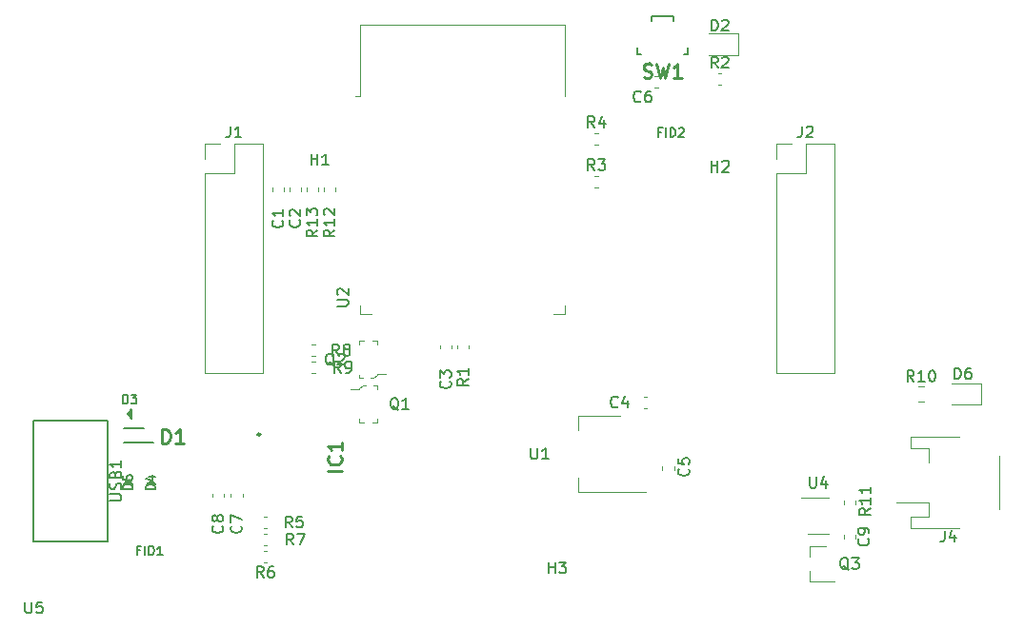
<source format=gbr>
G04 #@! TF.GenerationSoftware,KiCad,Pcbnew,(5.0.2)-1*
G04 #@! TF.CreationDate,2019-10-04T12:36:52+03:00*
G04 #@! TF.ProjectId,esp32d,65737033-3264-42e6-9b69-6361645f7063,rev?*
G04 #@! TF.SameCoordinates,Original*
G04 #@! TF.FileFunction,Legend,Top*
G04 #@! TF.FilePolarity,Positive*
%FSLAX46Y46*%
G04 Gerber Fmt 4.6, Leading zero omitted, Abs format (unit mm)*
G04 Created by KiCad (PCBNEW (5.0.2)-1) date 04.10.2019 12:36:52*
%MOMM*%
%LPD*%
G01*
G04 APERTURE LIST*
%ADD10C,0.120000*%
%ADD11C,0.200000*%
%ADD12C,0.150000*%
%ADD13C,0.254000*%
%ADD14C,0.100000*%
G04 APERTURE END LIST*
D10*
G04 #@! TO.C,D6*
X157750000Y-129230000D02*
X160435000Y-129230000D01*
X160435000Y-129230000D02*
X160435000Y-127310000D01*
X160435000Y-127310000D02*
X157750000Y-127310000D01*
G04 #@! TO.C,R1*
X114873500Y-124241779D02*
X114873500Y-123916221D01*
X113853500Y-124241779D02*
X113853500Y-123916221D01*
G04 #@! TO.C,R2*
X137322779Y-100713000D02*
X136997221Y-100713000D01*
X137322779Y-99693000D02*
X136997221Y-99693000D01*
G04 #@! TO.C,C1*
X98427000Y-110246279D02*
X98427000Y-109920721D01*
X97407000Y-110246279D02*
X97407000Y-109920721D01*
G04 #@! TO.C,C2*
X99951000Y-109920721D02*
X99951000Y-110246279D01*
X98931000Y-109920721D02*
X98931000Y-110246279D01*
G04 #@! TO.C,C3*
X113349500Y-124241779D02*
X113349500Y-123916221D01*
X112329500Y-124241779D02*
X112329500Y-123916221D01*
G04 #@! TO.C,C4*
X130393221Y-129542000D02*
X130718779Y-129542000D01*
X130393221Y-128522000D02*
X130718779Y-128522000D01*
G04 #@! TO.C,C5*
X133098000Y-134685721D02*
X133098000Y-135011279D01*
X132078000Y-134685721D02*
X132078000Y-135011279D01*
G04 #@! TO.C,C6*
X131383721Y-99947000D02*
X131709279Y-99947000D01*
X131383721Y-100967000D02*
X131709279Y-100967000D01*
G04 #@! TO.C,C7*
X93724000Y-137449779D02*
X93724000Y-137124221D01*
X94744000Y-137449779D02*
X94744000Y-137124221D01*
G04 #@! TO.C,C8*
X93093000Y-137449779D02*
X93093000Y-137124221D01*
X92073000Y-137449779D02*
X92073000Y-137124221D01*
D11*
G04 #@! TO.C,D1*
X86790000Y-132603000D02*
X84240000Y-132603000D01*
X85940000Y-131303000D02*
X84240000Y-131303000D01*
D10*
G04 #@! TO.C,D2*
X136160000Y-98115000D02*
X138845000Y-98115000D01*
X138845000Y-98115000D02*
X138845000Y-96195000D01*
X138845000Y-96195000D02*
X136160000Y-96195000D01*
D12*
G04 #@! TO.C,D3*
X84909000Y-130048000D02*
X84709000Y-130048000D01*
X84609000Y-130048000D02*
X84909000Y-130248000D01*
X84909000Y-129848000D02*
X84609000Y-130048000D01*
X84509000Y-130048000D02*
X84909000Y-129648000D01*
X84909000Y-130448000D02*
X84509000Y-130048000D01*
X84909000Y-129648000D02*
X84909000Y-130448000D01*
G04 #@! TO.C,D4*
X86614000Y-136344000D02*
X86614000Y-136144000D01*
X86614000Y-136044000D02*
X86414000Y-136344000D01*
X86814000Y-136344000D02*
X86614000Y-136044000D01*
X86614000Y-135944000D02*
X87014000Y-136344000D01*
X86214000Y-136344000D02*
X86614000Y-135944000D01*
X87014000Y-136344000D02*
X86214000Y-136344000D01*
G04 #@! TO.C,D5*
X84982000Y-136305000D02*
X84182000Y-136305000D01*
X84182000Y-136305000D02*
X84582000Y-135905000D01*
X84582000Y-135905000D02*
X84982000Y-136305000D01*
X84782000Y-136305000D02*
X84582000Y-136005000D01*
X84582000Y-136005000D02*
X84382000Y-136305000D01*
X84582000Y-136305000D02*
X84582000Y-136105000D01*
D13*
G04 #@! TO.C,IC1*
X96335000Y-131862000D02*
G75*
G03X96335000Y-131862000I-125000J0D01*
G01*
D14*
G04 #@! TO.C,Q1*
X106743000Y-127509000D02*
X106743000Y-127809000D01*
X106368000Y-127509000D02*
X106743000Y-127509000D01*
X106743000Y-130809000D02*
X106293000Y-130809000D01*
X106743000Y-130509000D02*
X106743000Y-130809000D01*
X106743000Y-130584000D02*
X106743000Y-130459000D01*
X105093000Y-130809000D02*
X105093000Y-130459000D01*
X105568000Y-130809000D02*
X105093000Y-130809000D01*
X105093000Y-127834000D02*
X104318000Y-127834000D01*
X105093000Y-127784000D02*
X105093000Y-127834000D01*
X105468000Y-127509000D02*
X105093000Y-127784000D01*
X105743000Y-127509000D02*
X105468000Y-127509000D01*
G04 #@! TO.C,Q2*
X106093000Y-126838000D02*
X106368000Y-126838000D01*
X106368000Y-126838000D02*
X106743000Y-126563000D01*
X106743000Y-126563000D02*
X106743000Y-126513000D01*
X106743000Y-126513000D02*
X107518000Y-126513000D01*
X106268000Y-123538000D02*
X106743000Y-123538000D01*
X106743000Y-123538000D02*
X106743000Y-123888000D01*
X105093000Y-123763000D02*
X105093000Y-123888000D01*
X105093000Y-123838000D02*
X105093000Y-123538000D01*
X105093000Y-123538000D02*
X105543000Y-123538000D01*
X105468000Y-126838000D02*
X105093000Y-126838000D01*
X105093000Y-126838000D02*
X105093000Y-126538000D01*
D10*
G04 #@! TO.C,R3*
X126049721Y-109857000D02*
X126375279Y-109857000D01*
X126049721Y-108837000D02*
X126375279Y-108837000D01*
G04 #@! TO.C,R4*
X126049721Y-105027000D02*
X126375279Y-105027000D01*
X126049721Y-106047000D02*
X126375279Y-106047000D01*
G04 #@! TO.C,R5*
X96936779Y-139190000D02*
X96611221Y-139190000D01*
X96936779Y-140210000D02*
X96611221Y-140210000D01*
G04 #@! TO.C,R6*
X96936779Y-143258000D02*
X96611221Y-143258000D01*
X96936779Y-142238000D02*
X96611221Y-142238000D01*
G04 #@! TO.C,R7*
X96611221Y-140714000D02*
X96936779Y-140714000D01*
X96611221Y-141734000D02*
X96936779Y-141734000D01*
G04 #@! TO.C,R8*
X100903721Y-124906500D02*
X101229279Y-124906500D01*
X100903721Y-123886500D02*
X101229279Y-123886500D01*
G04 #@! TO.C,R9*
X100903721Y-125410500D02*
X101229279Y-125410500D01*
X100903721Y-126430500D02*
X101229279Y-126430500D01*
D11*
G04 #@! TO.C,SW1*
X133080000Y-95079000D02*
X133080000Y-94654000D01*
X133080000Y-94654000D02*
X131080000Y-94654000D01*
X131080000Y-94654000D02*
X131080000Y-95079000D01*
X129830000Y-98054000D02*
X129830000Y-97431000D01*
X134330000Y-98054000D02*
X134330000Y-97431000D01*
X134330000Y-98054000D02*
X133994000Y-98054000D01*
X129830000Y-98054000D02*
X130166000Y-98054000D01*
D13*
X130932000Y-98837000D02*
G75*
G03X130932000Y-98837000I-41000J0D01*
G01*
D10*
G04 #@! TO.C,U1*
X124582000Y-130194000D02*
X124582000Y-131454000D01*
X124582000Y-137014000D02*
X124582000Y-135754000D01*
X128342000Y-130194000D02*
X124582000Y-130194000D01*
X130592000Y-137014000D02*
X124582000Y-137014000D01*
G04 #@! TO.C,U2*
X105180000Y-120352000D02*
X105180000Y-121132000D01*
X105180000Y-121132000D02*
X106180000Y-121132000D01*
X123420000Y-120352000D02*
X123420000Y-121132000D01*
X123420000Y-121132000D02*
X122420000Y-121132000D01*
X105180000Y-95387000D02*
X123420000Y-95387000D01*
X123420000Y-95387000D02*
X123420000Y-101807000D01*
X105180000Y-95387000D02*
X105180000Y-101807000D01*
X105180000Y-101807000D02*
X104800000Y-101807000D01*
G04 #@! TO.C,C9*
X148207000Y-141132779D02*
X148207000Y-140807221D01*
X149227000Y-141132779D02*
X149227000Y-140807221D01*
G04 #@! TO.C,J4*
X158420000Y-140204000D02*
X154170000Y-140204000D01*
X154170000Y-140204000D02*
X154170000Y-139184000D01*
X154170000Y-139184000D02*
X155770000Y-139184000D01*
X155770000Y-139184000D02*
X155770000Y-137904000D01*
X155770000Y-137904000D02*
X152880000Y-137904000D01*
X158420000Y-132084000D02*
X154170000Y-132084000D01*
X154170000Y-132084000D02*
X154170000Y-133104000D01*
X154170000Y-133104000D02*
X155770000Y-133104000D01*
X155770000Y-133104000D02*
X155770000Y-134384000D01*
X161990000Y-138484000D02*
X161990000Y-133804000D01*
G04 #@! TO.C,R11*
X148207000Y-138084779D02*
X148207000Y-137759221D01*
X149227000Y-138084779D02*
X149227000Y-137759221D01*
G04 #@! TO.C,U4*
X145023000Y-140675000D02*
X146823000Y-140675000D01*
X146823000Y-137455000D02*
X144373000Y-137455000D01*
G04 #@! TO.C,R12*
X102999000Y-110246279D02*
X102999000Y-109920721D01*
X101979000Y-110246279D02*
X101979000Y-109920721D01*
G04 #@! TO.C,R13*
X101475000Y-109920721D02*
X101475000Y-110246279D01*
X100455000Y-109920721D02*
X100455000Y-110246279D01*
G04 #@! TO.C,Q3*
X145163000Y-141803000D02*
X145163000Y-142733000D01*
X145163000Y-144963000D02*
X145163000Y-144033000D01*
X145163000Y-144963000D02*
X147323000Y-144963000D01*
X145163000Y-141803000D02*
X146623000Y-141803000D01*
G04 #@! TO.C,R10*
X155325251Y-128980000D02*
X154808095Y-128980000D01*
X155325251Y-127560000D02*
X154808095Y-127560000D01*
D12*
G04 #@! TO.C,USB1*
X76160500Y-130617000D02*
X76160500Y-141417000D01*
X76160500Y-130617000D02*
X82735500Y-130617000D01*
X82735500Y-130617000D02*
X82735500Y-141417000D01*
X82735500Y-141417000D02*
X76160500Y-141417000D01*
D10*
G04 #@! TO.C,J2*
X142180000Y-126425000D02*
X147380000Y-126425000D01*
X142180000Y-108585000D02*
X142180000Y-126425000D01*
X147380000Y-105985000D02*
X147380000Y-126425000D01*
X142180000Y-108585000D02*
X144780000Y-108585000D01*
X144780000Y-108585000D02*
X144780000Y-105985000D01*
X144780000Y-105985000D02*
X147380000Y-105985000D01*
X142180000Y-107315000D02*
X142180000Y-105985000D01*
X142180000Y-105985000D02*
X143510000Y-105985000D01*
G04 #@! TO.C,J1*
X91380000Y-126425000D02*
X96580000Y-126425000D01*
X91380000Y-108585000D02*
X91380000Y-126425000D01*
X96580000Y-105985000D02*
X96580000Y-126425000D01*
X91380000Y-108585000D02*
X93980000Y-108585000D01*
X93980000Y-108585000D02*
X93980000Y-105985000D01*
X93980000Y-105985000D02*
X96580000Y-105985000D01*
X91380000Y-107315000D02*
X91380000Y-105985000D01*
X91380000Y-105985000D02*
X92710000Y-105985000D01*
G04 #@! TO.C,D6*
D12*
X158011904Y-126944380D02*
X158011904Y-125944380D01*
X158250000Y-125944380D01*
X158392857Y-125992000D01*
X158488095Y-126087238D01*
X158535714Y-126182476D01*
X158583333Y-126372952D01*
X158583333Y-126515809D01*
X158535714Y-126706285D01*
X158488095Y-126801523D01*
X158392857Y-126896761D01*
X158250000Y-126944380D01*
X158011904Y-126944380D01*
X159440476Y-125944380D02*
X159250000Y-125944380D01*
X159154761Y-125992000D01*
X159107142Y-126039619D01*
X159011904Y-126182476D01*
X158964285Y-126372952D01*
X158964285Y-126753904D01*
X159011904Y-126849142D01*
X159059523Y-126896761D01*
X159154761Y-126944380D01*
X159345238Y-126944380D01*
X159440476Y-126896761D01*
X159488095Y-126849142D01*
X159535714Y-126753904D01*
X159535714Y-126515809D01*
X159488095Y-126420571D01*
X159440476Y-126372952D01*
X159345238Y-126325333D01*
X159154761Y-126325333D01*
X159059523Y-126372952D01*
X159011904Y-126420571D01*
X158964285Y-126515809D01*
G04 #@! TO.C,R1*
X114815880Y-126912666D02*
X114339690Y-127246000D01*
X114815880Y-127484095D02*
X113815880Y-127484095D01*
X113815880Y-127103142D01*
X113863500Y-127007904D01*
X113911119Y-126960285D01*
X114006357Y-126912666D01*
X114149214Y-126912666D01*
X114244452Y-126960285D01*
X114292071Y-127007904D01*
X114339690Y-127103142D01*
X114339690Y-127484095D01*
X114815880Y-125960285D02*
X114815880Y-126531714D01*
X114815880Y-126246000D02*
X113815880Y-126246000D01*
X113958738Y-126341238D01*
X114053976Y-126436476D01*
X114101595Y-126531714D01*
G04 #@! TO.C,R2*
X136993333Y-99258380D02*
X136660000Y-98782190D01*
X136421904Y-99258380D02*
X136421904Y-98258380D01*
X136802857Y-98258380D01*
X136898095Y-98306000D01*
X136945714Y-98353619D01*
X136993333Y-98448857D01*
X136993333Y-98591714D01*
X136945714Y-98686952D01*
X136898095Y-98734571D01*
X136802857Y-98782190D01*
X136421904Y-98782190D01*
X137374285Y-98353619D02*
X137421904Y-98306000D01*
X137517142Y-98258380D01*
X137755238Y-98258380D01*
X137850476Y-98306000D01*
X137898095Y-98353619D01*
X137945714Y-98448857D01*
X137945714Y-98544095D01*
X137898095Y-98686952D01*
X137326666Y-99258380D01*
X137945714Y-99258380D01*
G04 #@! TO.C,C1*
X98274142Y-112815666D02*
X98321761Y-112863285D01*
X98369380Y-113006142D01*
X98369380Y-113101380D01*
X98321761Y-113244238D01*
X98226523Y-113339476D01*
X98131285Y-113387095D01*
X97940809Y-113434714D01*
X97797952Y-113434714D01*
X97607476Y-113387095D01*
X97512238Y-113339476D01*
X97417000Y-113244238D01*
X97369380Y-113101380D01*
X97369380Y-113006142D01*
X97417000Y-112863285D01*
X97464619Y-112815666D01*
X98369380Y-111863285D02*
X98369380Y-112434714D01*
X98369380Y-112149000D02*
X97369380Y-112149000D01*
X97512238Y-112244238D01*
X97607476Y-112339476D01*
X97655095Y-112434714D01*
G04 #@! TO.C,C2*
X99798142Y-112790166D02*
X99845761Y-112837785D01*
X99893380Y-112980642D01*
X99893380Y-113075880D01*
X99845761Y-113218738D01*
X99750523Y-113313976D01*
X99655285Y-113361595D01*
X99464809Y-113409214D01*
X99321952Y-113409214D01*
X99131476Y-113361595D01*
X99036238Y-113313976D01*
X98941000Y-113218738D01*
X98893380Y-113075880D01*
X98893380Y-112980642D01*
X98941000Y-112837785D01*
X98988619Y-112790166D01*
X98988619Y-112409214D02*
X98941000Y-112361595D01*
X98893380Y-112266357D01*
X98893380Y-112028261D01*
X98941000Y-111933023D01*
X98988619Y-111885404D01*
X99083857Y-111837785D01*
X99179095Y-111837785D01*
X99321952Y-111885404D01*
X99893380Y-112456833D01*
X99893380Y-111837785D01*
G04 #@! TO.C,C3*
X113196642Y-127141166D02*
X113244261Y-127188785D01*
X113291880Y-127331642D01*
X113291880Y-127426880D01*
X113244261Y-127569738D01*
X113149023Y-127664976D01*
X113053785Y-127712595D01*
X112863309Y-127760214D01*
X112720452Y-127760214D01*
X112529976Y-127712595D01*
X112434738Y-127664976D01*
X112339500Y-127569738D01*
X112291880Y-127426880D01*
X112291880Y-127331642D01*
X112339500Y-127188785D01*
X112387119Y-127141166D01*
X112291880Y-126807833D02*
X112291880Y-126188785D01*
X112672833Y-126522119D01*
X112672833Y-126379261D01*
X112720452Y-126284023D01*
X112768071Y-126236404D01*
X112863309Y-126188785D01*
X113101404Y-126188785D01*
X113196642Y-126236404D01*
X113244261Y-126284023D01*
X113291880Y-126379261D01*
X113291880Y-126664976D01*
X113244261Y-126760214D01*
X113196642Y-126807833D01*
G04 #@! TO.C,C4*
X128103333Y-129389142D02*
X128055714Y-129436761D01*
X127912857Y-129484380D01*
X127817619Y-129484380D01*
X127674761Y-129436761D01*
X127579523Y-129341523D01*
X127531904Y-129246285D01*
X127484285Y-129055809D01*
X127484285Y-128912952D01*
X127531904Y-128722476D01*
X127579523Y-128627238D01*
X127674761Y-128532000D01*
X127817619Y-128484380D01*
X127912857Y-128484380D01*
X128055714Y-128532000D01*
X128103333Y-128579619D01*
X128960476Y-128817714D02*
X128960476Y-129484380D01*
X128722380Y-128436761D02*
X128484285Y-129151047D01*
X129103333Y-129151047D01*
G04 #@! TO.C,C5*
X134375142Y-134913666D02*
X134422761Y-134961285D01*
X134470380Y-135104142D01*
X134470380Y-135199380D01*
X134422761Y-135342238D01*
X134327523Y-135437476D01*
X134232285Y-135485095D01*
X134041809Y-135532714D01*
X133898952Y-135532714D01*
X133708476Y-135485095D01*
X133613238Y-135437476D01*
X133518000Y-135342238D01*
X133470380Y-135199380D01*
X133470380Y-135104142D01*
X133518000Y-134961285D01*
X133565619Y-134913666D01*
X133470380Y-134008904D02*
X133470380Y-134485095D01*
X133946571Y-134532714D01*
X133898952Y-134485095D01*
X133851333Y-134389857D01*
X133851333Y-134151761D01*
X133898952Y-134056523D01*
X133946571Y-134008904D01*
X134041809Y-133961285D01*
X134279904Y-133961285D01*
X134375142Y-134008904D01*
X134422761Y-134056523D01*
X134470380Y-134151761D01*
X134470380Y-134389857D01*
X134422761Y-134485095D01*
X134375142Y-134532714D01*
G04 #@! TO.C,C6*
X130135333Y-102211142D02*
X130087714Y-102258761D01*
X129944857Y-102306380D01*
X129849619Y-102306380D01*
X129706761Y-102258761D01*
X129611523Y-102163523D01*
X129563904Y-102068285D01*
X129516285Y-101877809D01*
X129516285Y-101734952D01*
X129563904Y-101544476D01*
X129611523Y-101449238D01*
X129706761Y-101354000D01*
X129849619Y-101306380D01*
X129944857Y-101306380D01*
X130087714Y-101354000D01*
X130135333Y-101401619D01*
X130992476Y-101306380D02*
X130802000Y-101306380D01*
X130706761Y-101354000D01*
X130659142Y-101401619D01*
X130563904Y-101544476D01*
X130516285Y-101734952D01*
X130516285Y-102115904D01*
X130563904Y-102211142D01*
X130611523Y-102258761D01*
X130706761Y-102306380D01*
X130897238Y-102306380D01*
X130992476Y-102258761D01*
X131040095Y-102211142D01*
X131087714Y-102115904D01*
X131087714Y-101877809D01*
X131040095Y-101782571D01*
X130992476Y-101734952D01*
X130897238Y-101687333D01*
X130706761Y-101687333D01*
X130611523Y-101734952D01*
X130563904Y-101782571D01*
X130516285Y-101877809D01*
G04 #@! TO.C,C7*
X94591142Y-139993666D02*
X94638761Y-140041285D01*
X94686380Y-140184142D01*
X94686380Y-140279380D01*
X94638761Y-140422238D01*
X94543523Y-140517476D01*
X94448285Y-140565095D01*
X94257809Y-140612714D01*
X94114952Y-140612714D01*
X93924476Y-140565095D01*
X93829238Y-140517476D01*
X93734000Y-140422238D01*
X93686380Y-140279380D01*
X93686380Y-140184142D01*
X93734000Y-140041285D01*
X93781619Y-139993666D01*
X93686380Y-139660333D02*
X93686380Y-138993666D01*
X94686380Y-139422238D01*
G04 #@! TO.C,C8*
X92940142Y-139993666D02*
X92987761Y-140041285D01*
X93035380Y-140184142D01*
X93035380Y-140279380D01*
X92987761Y-140422238D01*
X92892523Y-140517476D01*
X92797285Y-140565095D01*
X92606809Y-140612714D01*
X92463952Y-140612714D01*
X92273476Y-140565095D01*
X92178238Y-140517476D01*
X92083000Y-140422238D01*
X92035380Y-140279380D01*
X92035380Y-140184142D01*
X92083000Y-140041285D01*
X92130619Y-139993666D01*
X92463952Y-139422238D02*
X92416333Y-139517476D01*
X92368714Y-139565095D01*
X92273476Y-139612714D01*
X92225857Y-139612714D01*
X92130619Y-139565095D01*
X92083000Y-139517476D01*
X92035380Y-139422238D01*
X92035380Y-139231761D01*
X92083000Y-139136523D01*
X92130619Y-139088904D01*
X92225857Y-139041285D01*
X92273476Y-139041285D01*
X92368714Y-139088904D01*
X92416333Y-139136523D01*
X92463952Y-139231761D01*
X92463952Y-139422238D01*
X92511571Y-139517476D01*
X92559190Y-139565095D01*
X92654428Y-139612714D01*
X92844904Y-139612714D01*
X92940142Y-139565095D01*
X92987761Y-139517476D01*
X93035380Y-139422238D01*
X93035380Y-139231761D01*
X92987761Y-139136523D01*
X92940142Y-139088904D01*
X92844904Y-139041285D01*
X92654428Y-139041285D01*
X92559190Y-139088904D01*
X92511571Y-139136523D01*
X92463952Y-139231761D01*
G04 #@! TO.C,D1*
D13*
X87581619Y-132654523D02*
X87581619Y-131384523D01*
X87884000Y-131384523D01*
X88065428Y-131445000D01*
X88186380Y-131565952D01*
X88246857Y-131686904D01*
X88307333Y-131928809D01*
X88307333Y-132110238D01*
X88246857Y-132352142D01*
X88186380Y-132473095D01*
X88065428Y-132594047D01*
X87884000Y-132654523D01*
X87581619Y-132654523D01*
X89516857Y-132654523D02*
X88791142Y-132654523D01*
X89154000Y-132654523D02*
X89154000Y-131384523D01*
X89033047Y-131565952D01*
X88912095Y-131686904D01*
X88791142Y-131747380D01*
G04 #@! TO.C,D2*
D12*
X136421904Y-95956380D02*
X136421904Y-94956380D01*
X136660000Y-94956380D01*
X136802857Y-95004000D01*
X136898095Y-95099238D01*
X136945714Y-95194476D01*
X136993333Y-95384952D01*
X136993333Y-95527809D01*
X136945714Y-95718285D01*
X136898095Y-95813523D01*
X136802857Y-95908761D01*
X136660000Y-95956380D01*
X136421904Y-95956380D01*
X137374285Y-95051619D02*
X137421904Y-95004000D01*
X137517142Y-94956380D01*
X137755238Y-94956380D01*
X137850476Y-95004000D01*
X137898095Y-95051619D01*
X137945714Y-95146857D01*
X137945714Y-95242095D01*
X137898095Y-95384952D01*
X137326666Y-95956380D01*
X137945714Y-95956380D01*
G04 #@! TO.C,D3*
X84118523Y-129139904D02*
X84118523Y-128339904D01*
X84309000Y-128339904D01*
X84423285Y-128378000D01*
X84499476Y-128454190D01*
X84537571Y-128530380D01*
X84575666Y-128682761D01*
X84575666Y-128797047D01*
X84537571Y-128949428D01*
X84499476Y-129025619D01*
X84423285Y-129101809D01*
X84309000Y-129139904D01*
X84118523Y-129139904D01*
X84842333Y-128339904D02*
X85337571Y-128339904D01*
X85070904Y-128644666D01*
X85185190Y-128644666D01*
X85261380Y-128682761D01*
X85299476Y-128720857D01*
X85337571Y-128797047D01*
X85337571Y-128987523D01*
X85299476Y-129063714D01*
X85261380Y-129101809D01*
X85185190Y-129139904D01*
X84956619Y-129139904D01*
X84880428Y-129101809D01*
X84842333Y-129063714D01*
G04 #@! TO.C,D4*
X86975904Y-136734476D02*
X86175904Y-136734476D01*
X86175904Y-136544000D01*
X86214000Y-136429714D01*
X86290190Y-136353523D01*
X86366380Y-136315428D01*
X86518761Y-136277333D01*
X86633047Y-136277333D01*
X86785428Y-136315428D01*
X86861619Y-136353523D01*
X86937809Y-136429714D01*
X86975904Y-136544000D01*
X86975904Y-136734476D01*
X86442571Y-135591619D02*
X86975904Y-135591619D01*
X86137809Y-135782095D02*
X86709238Y-135972571D01*
X86709238Y-135477333D01*
G04 #@! TO.C,D5*
X84943904Y-136695476D02*
X84143904Y-136695476D01*
X84143904Y-136505000D01*
X84182000Y-136390714D01*
X84258190Y-136314523D01*
X84334380Y-136276428D01*
X84486761Y-136238333D01*
X84601047Y-136238333D01*
X84753428Y-136276428D01*
X84829619Y-136314523D01*
X84905809Y-136390714D01*
X84943904Y-136505000D01*
X84943904Y-136695476D01*
X84143904Y-135514523D02*
X84143904Y-135895476D01*
X84524857Y-135933571D01*
X84486761Y-135895476D01*
X84448666Y-135819285D01*
X84448666Y-135628809D01*
X84486761Y-135552619D01*
X84524857Y-135514523D01*
X84601047Y-135476428D01*
X84791523Y-135476428D01*
X84867714Y-135514523D01*
X84905809Y-135552619D01*
X84943904Y-135628809D01*
X84943904Y-135819285D01*
X84905809Y-135895476D01*
X84867714Y-135933571D01*
G04 #@! TO.C,FID1*
X85629857Y-142182857D02*
X85363190Y-142182857D01*
X85363190Y-142601904D02*
X85363190Y-141801904D01*
X85744142Y-141801904D01*
X86048904Y-142601904D02*
X86048904Y-141801904D01*
X86429857Y-142601904D02*
X86429857Y-141801904D01*
X86620333Y-141801904D01*
X86734619Y-141840000D01*
X86810809Y-141916190D01*
X86848904Y-141992380D01*
X86887000Y-142144761D01*
X86887000Y-142259047D01*
X86848904Y-142411428D01*
X86810809Y-142487619D01*
X86734619Y-142563809D01*
X86620333Y-142601904D01*
X86429857Y-142601904D01*
X87648904Y-142601904D02*
X87191761Y-142601904D01*
X87420333Y-142601904D02*
X87420333Y-141801904D01*
X87344142Y-141916190D01*
X87267952Y-141992380D01*
X87191761Y-142030476D01*
G04 #@! TO.C,FID2*
X131984857Y-104971857D02*
X131718190Y-104971857D01*
X131718190Y-105390904D02*
X131718190Y-104590904D01*
X132099142Y-104590904D01*
X132403904Y-105390904D02*
X132403904Y-104590904D01*
X132784857Y-105390904D02*
X132784857Y-104590904D01*
X132975333Y-104590904D01*
X133089619Y-104629000D01*
X133165809Y-104705190D01*
X133203904Y-104781380D01*
X133242000Y-104933761D01*
X133242000Y-105048047D01*
X133203904Y-105200428D01*
X133165809Y-105276619D01*
X133089619Y-105352809D01*
X132975333Y-105390904D01*
X132784857Y-105390904D01*
X133546761Y-104667095D02*
X133584857Y-104629000D01*
X133661047Y-104590904D01*
X133851523Y-104590904D01*
X133927714Y-104629000D01*
X133965809Y-104667095D01*
X134003904Y-104743285D01*
X134003904Y-104819476D01*
X133965809Y-104933761D01*
X133508666Y-105390904D01*
X134003904Y-105390904D01*
G04 #@! TO.C,H1*
X100838095Y-107894380D02*
X100838095Y-106894380D01*
X100838095Y-107370571D02*
X101409523Y-107370571D01*
X101409523Y-107894380D02*
X101409523Y-106894380D01*
X102409523Y-107894380D02*
X101838095Y-107894380D01*
X102123809Y-107894380D02*
X102123809Y-106894380D01*
X102028571Y-107037238D01*
X101933333Y-107132476D01*
X101838095Y-107180095D01*
G04 #@! TO.C,H2*
X136398095Y-108508379D02*
X136398095Y-107508379D01*
X136398095Y-107984570D02*
X136969523Y-107984570D01*
X136969523Y-108508379D02*
X136969523Y-107508379D01*
X137398095Y-107603618D02*
X137445714Y-107555999D01*
X137540952Y-107508379D01*
X137779047Y-107508379D01*
X137874285Y-107555999D01*
X137921904Y-107603618D01*
X137969523Y-107698856D01*
X137969523Y-107794094D01*
X137921904Y-107936951D01*
X137350476Y-108508379D01*
X137969523Y-108508379D01*
G04 #@! TO.C,H3*
X121941096Y-144216380D02*
X121941096Y-143216380D01*
X121941096Y-143692571D02*
X122512524Y-143692571D01*
X122512524Y-144216380D02*
X122512524Y-143216380D01*
X122893477Y-143216380D02*
X123512524Y-143216380D01*
X123179191Y-143597333D01*
X123322048Y-143597333D01*
X123417286Y-143644952D01*
X123464905Y-143692571D01*
X123512524Y-143787809D01*
X123512524Y-144025904D01*
X123464905Y-144121142D01*
X123417286Y-144168761D01*
X123322048Y-144216380D01*
X123036334Y-144216380D01*
X122941096Y-144168761D01*
X122893477Y-144121142D01*
G04 #@! TO.C,IC1*
D13*
X103571523Y-135097761D02*
X102301523Y-135097761D01*
X103450571Y-133767285D02*
X103511047Y-133827761D01*
X103571523Y-134009190D01*
X103571523Y-134130142D01*
X103511047Y-134311571D01*
X103390095Y-134432523D01*
X103269142Y-134493000D01*
X103027238Y-134553476D01*
X102845809Y-134553476D01*
X102603904Y-134493000D01*
X102482952Y-134432523D01*
X102362000Y-134311571D01*
X102301523Y-134130142D01*
X102301523Y-134009190D01*
X102362000Y-133827761D01*
X102422476Y-133767285D01*
X103571523Y-132557761D02*
X103571523Y-133283476D01*
X103571523Y-132920619D02*
X102301523Y-132920619D01*
X102482952Y-133041571D01*
X102603904Y-133162523D01*
X102664380Y-133283476D01*
G04 #@! TO.C,Q1*
D12*
X108616761Y-129706619D02*
X108521523Y-129659000D01*
X108426285Y-129563761D01*
X108283428Y-129420904D01*
X108188190Y-129373285D01*
X108092952Y-129373285D01*
X108140571Y-129611380D02*
X108045333Y-129563761D01*
X107950095Y-129468523D01*
X107902476Y-129278047D01*
X107902476Y-128944714D01*
X107950095Y-128754238D01*
X108045333Y-128659000D01*
X108140571Y-128611380D01*
X108331047Y-128611380D01*
X108426285Y-128659000D01*
X108521523Y-128754238D01*
X108569142Y-128944714D01*
X108569142Y-129278047D01*
X108521523Y-129468523D01*
X108426285Y-129563761D01*
X108331047Y-129611380D01*
X108140571Y-129611380D01*
X109521523Y-129611380D02*
X108950095Y-129611380D01*
X109235809Y-129611380D02*
X109235809Y-128611380D01*
X109140571Y-128754238D01*
X109045333Y-128849476D01*
X108950095Y-128897095D01*
G04 #@! TO.C,Q2*
X102901761Y-125769619D02*
X102806523Y-125722000D01*
X102711285Y-125626761D01*
X102568428Y-125483904D01*
X102473190Y-125436285D01*
X102377952Y-125436285D01*
X102425571Y-125674380D02*
X102330333Y-125626761D01*
X102235095Y-125531523D01*
X102187476Y-125341047D01*
X102187476Y-125007714D01*
X102235095Y-124817238D01*
X102330333Y-124722000D01*
X102425571Y-124674380D01*
X102616047Y-124674380D01*
X102711285Y-124722000D01*
X102806523Y-124817238D01*
X102854142Y-125007714D01*
X102854142Y-125341047D01*
X102806523Y-125531523D01*
X102711285Y-125626761D01*
X102616047Y-125674380D01*
X102425571Y-125674380D01*
X103235095Y-124769619D02*
X103282714Y-124722000D01*
X103377952Y-124674380D01*
X103616047Y-124674380D01*
X103711285Y-124722000D01*
X103758904Y-124769619D01*
X103806523Y-124864857D01*
X103806523Y-124960095D01*
X103758904Y-125102952D01*
X103187476Y-125674380D01*
X103806523Y-125674380D01*
G04 #@! TO.C,R3*
X126045833Y-108369380D02*
X125712500Y-107893190D01*
X125474404Y-108369380D02*
X125474404Y-107369380D01*
X125855357Y-107369380D01*
X125950595Y-107417000D01*
X125998214Y-107464619D01*
X126045833Y-107559857D01*
X126045833Y-107702714D01*
X125998214Y-107797952D01*
X125950595Y-107845571D01*
X125855357Y-107893190D01*
X125474404Y-107893190D01*
X126379166Y-107369380D02*
X126998214Y-107369380D01*
X126664880Y-107750333D01*
X126807738Y-107750333D01*
X126902976Y-107797952D01*
X126950595Y-107845571D01*
X126998214Y-107940809D01*
X126998214Y-108178904D01*
X126950595Y-108274142D01*
X126902976Y-108321761D01*
X126807738Y-108369380D01*
X126522023Y-108369380D01*
X126426785Y-108321761D01*
X126379166Y-108274142D01*
G04 #@! TO.C,R4*
X126045833Y-104559380D02*
X125712500Y-104083190D01*
X125474404Y-104559380D02*
X125474404Y-103559380D01*
X125855357Y-103559380D01*
X125950595Y-103607000D01*
X125998214Y-103654619D01*
X126045833Y-103749857D01*
X126045833Y-103892714D01*
X125998214Y-103987952D01*
X125950595Y-104035571D01*
X125855357Y-104083190D01*
X125474404Y-104083190D01*
X126902976Y-103892714D02*
X126902976Y-104559380D01*
X126664880Y-103511761D02*
X126426785Y-104226047D01*
X127045833Y-104226047D01*
G04 #@! TO.C,R5*
X99147333Y-140152380D02*
X98814000Y-139676190D01*
X98575904Y-140152380D02*
X98575904Y-139152380D01*
X98956857Y-139152380D01*
X99052095Y-139200000D01*
X99099714Y-139247619D01*
X99147333Y-139342857D01*
X99147333Y-139485714D01*
X99099714Y-139580952D01*
X99052095Y-139628571D01*
X98956857Y-139676190D01*
X98575904Y-139676190D01*
X100052095Y-139152380D02*
X99575904Y-139152380D01*
X99528285Y-139628571D01*
X99575904Y-139580952D01*
X99671142Y-139533333D01*
X99909238Y-139533333D01*
X100004476Y-139580952D01*
X100052095Y-139628571D01*
X100099714Y-139723809D01*
X100099714Y-139961904D01*
X100052095Y-140057142D01*
X100004476Y-140104761D01*
X99909238Y-140152380D01*
X99671142Y-140152380D01*
X99575904Y-140104761D01*
X99528285Y-140057142D01*
G04 #@! TO.C,R6*
X96607333Y-144597380D02*
X96274000Y-144121190D01*
X96035904Y-144597380D02*
X96035904Y-143597380D01*
X96416857Y-143597380D01*
X96512095Y-143645000D01*
X96559714Y-143692619D01*
X96607333Y-143787857D01*
X96607333Y-143930714D01*
X96559714Y-144025952D01*
X96512095Y-144073571D01*
X96416857Y-144121190D01*
X96035904Y-144121190D01*
X97464476Y-143597380D02*
X97274000Y-143597380D01*
X97178761Y-143645000D01*
X97131142Y-143692619D01*
X97035904Y-143835476D01*
X96988285Y-144025952D01*
X96988285Y-144406904D01*
X97035904Y-144502142D01*
X97083523Y-144549761D01*
X97178761Y-144597380D01*
X97369238Y-144597380D01*
X97464476Y-144549761D01*
X97512095Y-144502142D01*
X97559714Y-144406904D01*
X97559714Y-144168809D01*
X97512095Y-144073571D01*
X97464476Y-144025952D01*
X97369238Y-143978333D01*
X97178761Y-143978333D01*
X97083523Y-144025952D01*
X97035904Y-144073571D01*
X96988285Y-144168809D01*
G04 #@! TO.C,R7*
X99274333Y-141676380D02*
X98941000Y-141200190D01*
X98702904Y-141676380D02*
X98702904Y-140676380D01*
X99083857Y-140676380D01*
X99179095Y-140724000D01*
X99226714Y-140771619D01*
X99274333Y-140866857D01*
X99274333Y-141009714D01*
X99226714Y-141104952D01*
X99179095Y-141152571D01*
X99083857Y-141200190D01*
X98702904Y-141200190D01*
X99607666Y-140676380D02*
X100274333Y-140676380D01*
X99845761Y-141676380D01*
G04 #@! TO.C,R8*
X103338233Y-124848880D02*
X103004900Y-124372690D01*
X102766804Y-124848880D02*
X102766804Y-123848880D01*
X103147757Y-123848880D01*
X103242995Y-123896500D01*
X103290614Y-123944119D01*
X103338233Y-124039357D01*
X103338233Y-124182214D01*
X103290614Y-124277452D01*
X103242995Y-124325071D01*
X103147757Y-124372690D01*
X102766804Y-124372690D01*
X103909661Y-124277452D02*
X103814423Y-124229833D01*
X103766804Y-124182214D01*
X103719185Y-124086976D01*
X103719185Y-124039357D01*
X103766804Y-123944119D01*
X103814423Y-123896500D01*
X103909661Y-123848880D01*
X104100138Y-123848880D01*
X104195376Y-123896500D01*
X104242995Y-123944119D01*
X104290614Y-124039357D01*
X104290614Y-124086976D01*
X104242995Y-124182214D01*
X104195376Y-124229833D01*
X104100138Y-124277452D01*
X103909661Y-124277452D01*
X103814423Y-124325071D01*
X103766804Y-124372690D01*
X103719185Y-124467928D01*
X103719185Y-124658404D01*
X103766804Y-124753642D01*
X103814423Y-124801261D01*
X103909661Y-124848880D01*
X104100138Y-124848880D01*
X104195376Y-124801261D01*
X104242995Y-124753642D01*
X104290614Y-124658404D01*
X104290614Y-124467928D01*
X104242995Y-124372690D01*
X104195376Y-124325071D01*
X104100138Y-124277452D01*
G04 #@! TO.C,R9*
X103490633Y-126372880D02*
X103157300Y-125896690D01*
X102919204Y-126372880D02*
X102919204Y-125372880D01*
X103300157Y-125372880D01*
X103395395Y-125420500D01*
X103443014Y-125468119D01*
X103490633Y-125563357D01*
X103490633Y-125706214D01*
X103443014Y-125801452D01*
X103395395Y-125849071D01*
X103300157Y-125896690D01*
X102919204Y-125896690D01*
X103966823Y-126372880D02*
X104157300Y-126372880D01*
X104252538Y-126325261D01*
X104300157Y-126277642D01*
X104395395Y-126134785D01*
X104443014Y-125944309D01*
X104443014Y-125563357D01*
X104395395Y-125468119D01*
X104347776Y-125420500D01*
X104252538Y-125372880D01*
X104062061Y-125372880D01*
X103966823Y-125420500D01*
X103919204Y-125468119D01*
X103871585Y-125563357D01*
X103871585Y-125801452D01*
X103919204Y-125896690D01*
X103966823Y-125944309D01*
X104062061Y-125991928D01*
X104252538Y-125991928D01*
X104347776Y-125944309D01*
X104395395Y-125896690D01*
X104443014Y-125801452D01*
G04 #@! TO.C,SW1*
D13*
X130386666Y-100082047D02*
X130568095Y-100142523D01*
X130870476Y-100142523D01*
X130991428Y-100082047D01*
X131051904Y-100021571D01*
X131112380Y-99900619D01*
X131112380Y-99779666D01*
X131051904Y-99658714D01*
X130991428Y-99598238D01*
X130870476Y-99537761D01*
X130628571Y-99477285D01*
X130507619Y-99416809D01*
X130447142Y-99356333D01*
X130386666Y-99235380D01*
X130386666Y-99114428D01*
X130447142Y-98993476D01*
X130507619Y-98933000D01*
X130628571Y-98872523D01*
X130930952Y-98872523D01*
X131112380Y-98933000D01*
X131535714Y-98872523D02*
X131838095Y-100142523D01*
X132080000Y-99235380D01*
X132321904Y-100142523D01*
X132624285Y-98872523D01*
X133773333Y-100142523D02*
X133047619Y-100142523D01*
X133410476Y-100142523D02*
X133410476Y-98872523D01*
X133289523Y-99053952D01*
X133168571Y-99174904D01*
X133047619Y-99235380D01*
G04 #@! TO.C,U1*
D12*
X120382095Y-133056380D02*
X120382095Y-133865904D01*
X120429714Y-133961142D01*
X120477333Y-134008761D01*
X120572571Y-134056380D01*
X120763047Y-134056380D01*
X120858285Y-134008761D01*
X120905904Y-133961142D01*
X120953523Y-133865904D01*
X120953523Y-133056380D01*
X121953523Y-134056380D02*
X121382095Y-134056380D01*
X121667809Y-134056380D02*
X121667809Y-133056380D01*
X121572571Y-133199238D01*
X121477333Y-133294476D01*
X121382095Y-133342095D01*
G04 #@! TO.C,U2*
X103142380Y-120443904D02*
X103951904Y-120443904D01*
X104047142Y-120396285D01*
X104094761Y-120348666D01*
X104142380Y-120253428D01*
X104142380Y-120062952D01*
X104094761Y-119967714D01*
X104047142Y-119920095D01*
X103951904Y-119872476D01*
X103142380Y-119872476D01*
X103237619Y-119443904D02*
X103190000Y-119396285D01*
X103142380Y-119301047D01*
X103142380Y-119062952D01*
X103190000Y-118967714D01*
X103237619Y-118920095D01*
X103332857Y-118872476D01*
X103428095Y-118872476D01*
X103570952Y-118920095D01*
X104142380Y-119491523D01*
X104142380Y-118872476D01*
G04 #@! TO.C,C9*
X150344142Y-141136666D02*
X150391761Y-141184285D01*
X150439380Y-141327142D01*
X150439380Y-141422380D01*
X150391761Y-141565238D01*
X150296523Y-141660476D01*
X150201285Y-141708095D01*
X150010809Y-141755714D01*
X149867952Y-141755714D01*
X149677476Y-141708095D01*
X149582238Y-141660476D01*
X149487000Y-141565238D01*
X149439380Y-141422380D01*
X149439380Y-141327142D01*
X149487000Y-141184285D01*
X149534619Y-141136666D01*
X150439380Y-140660476D02*
X150439380Y-140470000D01*
X150391761Y-140374761D01*
X150344142Y-140327142D01*
X150201285Y-140231904D01*
X150010809Y-140184285D01*
X149629857Y-140184285D01*
X149534619Y-140231904D01*
X149487000Y-140279523D01*
X149439380Y-140374761D01*
X149439380Y-140565238D01*
X149487000Y-140660476D01*
X149534619Y-140708095D01*
X149629857Y-140755714D01*
X149867952Y-140755714D01*
X149963190Y-140708095D01*
X150010809Y-140660476D01*
X150058428Y-140565238D01*
X150058428Y-140374761D01*
X150010809Y-140279523D01*
X149963190Y-140231904D01*
X149867952Y-140184285D01*
G04 #@! TO.C,J4*
X157146666Y-140422380D02*
X157146666Y-141136666D01*
X157099047Y-141279523D01*
X157003809Y-141374761D01*
X156860952Y-141422380D01*
X156765714Y-141422380D01*
X158051428Y-140755714D02*
X158051428Y-141422380D01*
X157813333Y-140374761D02*
X157575238Y-141089047D01*
X158194285Y-141089047D01*
G04 #@! TO.C,R11*
X150566380Y-138437857D02*
X150090190Y-138771190D01*
X150566380Y-139009285D02*
X149566380Y-139009285D01*
X149566380Y-138628333D01*
X149614000Y-138533095D01*
X149661619Y-138485476D01*
X149756857Y-138437857D01*
X149899714Y-138437857D01*
X149994952Y-138485476D01*
X150042571Y-138533095D01*
X150090190Y-138628333D01*
X150090190Y-139009285D01*
X150566380Y-137485476D02*
X150566380Y-138056904D01*
X150566380Y-137771190D02*
X149566380Y-137771190D01*
X149709238Y-137866428D01*
X149804476Y-137961666D01*
X149852095Y-138056904D01*
X150566380Y-136533095D02*
X150566380Y-137104523D01*
X150566380Y-136818809D02*
X149566380Y-136818809D01*
X149709238Y-136914047D01*
X149804476Y-137009285D01*
X149852095Y-137104523D01*
G04 #@! TO.C,U4*
X145161095Y-135617380D02*
X145161095Y-136426904D01*
X145208714Y-136522142D01*
X145256333Y-136569761D01*
X145351571Y-136617380D01*
X145542047Y-136617380D01*
X145637285Y-136569761D01*
X145684904Y-136522142D01*
X145732523Y-136426904D01*
X145732523Y-135617380D01*
X146637285Y-135950714D02*
X146637285Y-136617380D01*
X146399190Y-135569761D02*
X146161095Y-136284047D01*
X146780142Y-136284047D01*
G04 #@! TO.C,R12*
X102941380Y-113672857D02*
X102465190Y-114006190D01*
X102941380Y-114244285D02*
X101941380Y-114244285D01*
X101941380Y-113863333D01*
X101989000Y-113768095D01*
X102036619Y-113720476D01*
X102131857Y-113672857D01*
X102274714Y-113672857D01*
X102369952Y-113720476D01*
X102417571Y-113768095D01*
X102465190Y-113863333D01*
X102465190Y-114244285D01*
X102941380Y-112720476D02*
X102941380Y-113291904D01*
X102941380Y-113006190D02*
X101941380Y-113006190D01*
X102084238Y-113101428D01*
X102179476Y-113196666D01*
X102227095Y-113291904D01*
X102036619Y-112339523D02*
X101989000Y-112291904D01*
X101941380Y-112196666D01*
X101941380Y-111958571D01*
X101989000Y-111863333D01*
X102036619Y-111815714D01*
X102131857Y-111768095D01*
X102227095Y-111768095D01*
X102369952Y-111815714D01*
X102941380Y-112387142D01*
X102941380Y-111768095D01*
G04 #@! TO.C,R13*
X101417380Y-113672857D02*
X100941190Y-114006190D01*
X101417380Y-114244285D02*
X100417380Y-114244285D01*
X100417380Y-113863333D01*
X100465000Y-113768095D01*
X100512619Y-113720476D01*
X100607857Y-113672857D01*
X100750714Y-113672857D01*
X100845952Y-113720476D01*
X100893571Y-113768095D01*
X100941190Y-113863333D01*
X100941190Y-114244285D01*
X101417380Y-112720476D02*
X101417380Y-113291904D01*
X101417380Y-113006190D02*
X100417380Y-113006190D01*
X100560238Y-113101428D01*
X100655476Y-113196666D01*
X100703095Y-113291904D01*
X100417380Y-112387142D02*
X100417380Y-111768095D01*
X100798333Y-112101428D01*
X100798333Y-111958571D01*
X100845952Y-111863333D01*
X100893571Y-111815714D01*
X100988809Y-111768095D01*
X101226904Y-111768095D01*
X101322142Y-111815714D01*
X101369761Y-111863333D01*
X101417380Y-111958571D01*
X101417380Y-112244285D01*
X101369761Y-112339523D01*
X101322142Y-112387142D01*
G04 #@! TO.C,Q3*
X148621761Y-143930619D02*
X148526523Y-143883000D01*
X148431285Y-143787761D01*
X148288428Y-143644904D01*
X148193190Y-143597285D01*
X148097952Y-143597285D01*
X148145571Y-143835380D02*
X148050333Y-143787761D01*
X147955095Y-143692523D01*
X147907476Y-143502047D01*
X147907476Y-143168714D01*
X147955095Y-142978238D01*
X148050333Y-142883000D01*
X148145571Y-142835380D01*
X148336047Y-142835380D01*
X148431285Y-142883000D01*
X148526523Y-142978238D01*
X148574142Y-143168714D01*
X148574142Y-143502047D01*
X148526523Y-143692523D01*
X148431285Y-143787761D01*
X148336047Y-143835380D01*
X148145571Y-143835380D01*
X148907476Y-142835380D02*
X149526523Y-142835380D01*
X149193190Y-143216333D01*
X149336047Y-143216333D01*
X149431285Y-143263952D01*
X149478904Y-143311571D01*
X149526523Y-143406809D01*
X149526523Y-143644904D01*
X149478904Y-143740142D01*
X149431285Y-143787761D01*
X149336047Y-143835380D01*
X149050333Y-143835380D01*
X148955095Y-143787761D01*
X148907476Y-143740142D01*
G04 #@! TO.C,R10*
X154423815Y-127149880D02*
X154090482Y-126673690D01*
X153852387Y-127149880D02*
X153852387Y-126149880D01*
X154233339Y-126149880D01*
X154328577Y-126197500D01*
X154376196Y-126245119D01*
X154423815Y-126340357D01*
X154423815Y-126483214D01*
X154376196Y-126578452D01*
X154328577Y-126626071D01*
X154233339Y-126673690D01*
X153852387Y-126673690D01*
X155376196Y-127149880D02*
X154804768Y-127149880D01*
X155090482Y-127149880D02*
X155090482Y-126149880D01*
X154995244Y-126292738D01*
X154900006Y-126387976D01*
X154804768Y-126435595D01*
X155995244Y-126149880D02*
X156090482Y-126149880D01*
X156185720Y-126197500D01*
X156233339Y-126245119D01*
X156280958Y-126340357D01*
X156328577Y-126530833D01*
X156328577Y-126768928D01*
X156280958Y-126959404D01*
X156233339Y-127054642D01*
X156185720Y-127102261D01*
X156090482Y-127149880D01*
X155995244Y-127149880D01*
X155900006Y-127102261D01*
X155852387Y-127054642D01*
X155804768Y-126959404D01*
X155757149Y-126768928D01*
X155757149Y-126530833D01*
X155804768Y-126340357D01*
X155852387Y-126245119D01*
X155900006Y-126197500D01*
X155995244Y-126149880D01*
G04 #@! TO.C,U5*
X75436896Y-146771181D02*
X75436896Y-147580705D01*
X75484515Y-147675943D01*
X75532134Y-147723562D01*
X75627372Y-147771181D01*
X75817848Y-147771181D01*
X75913086Y-147723562D01*
X75960705Y-147675943D01*
X76008324Y-147580705D01*
X76008324Y-146771181D01*
X76960705Y-146771181D02*
X76484515Y-146771181D01*
X76436896Y-147247372D01*
X76484515Y-147199753D01*
X76579753Y-147152134D01*
X76817848Y-147152134D01*
X76913086Y-147199753D01*
X76960705Y-147247372D01*
X77008324Y-147342610D01*
X77008324Y-147580705D01*
X76960705Y-147675943D01*
X76913086Y-147723562D01*
X76817848Y-147771181D01*
X76579753Y-147771181D01*
X76484515Y-147723562D01*
X76436896Y-147675943D01*
G04 #@! TO.C,USB1*
X82962880Y-137755095D02*
X83772404Y-137755095D01*
X83867642Y-137707476D01*
X83915261Y-137659857D01*
X83962880Y-137564619D01*
X83962880Y-137374142D01*
X83915261Y-137278904D01*
X83867642Y-137231285D01*
X83772404Y-137183666D01*
X82962880Y-137183666D01*
X83915261Y-136755095D02*
X83962880Y-136612238D01*
X83962880Y-136374142D01*
X83915261Y-136278904D01*
X83867642Y-136231285D01*
X83772404Y-136183666D01*
X83677166Y-136183666D01*
X83581928Y-136231285D01*
X83534309Y-136278904D01*
X83486690Y-136374142D01*
X83439071Y-136564619D01*
X83391452Y-136659857D01*
X83343833Y-136707476D01*
X83248595Y-136755095D01*
X83153357Y-136755095D01*
X83058119Y-136707476D01*
X83010500Y-136659857D01*
X82962880Y-136564619D01*
X82962880Y-136326523D01*
X83010500Y-136183666D01*
X83439071Y-135421761D02*
X83486690Y-135278904D01*
X83534309Y-135231285D01*
X83629547Y-135183666D01*
X83772404Y-135183666D01*
X83867642Y-135231285D01*
X83915261Y-135278904D01*
X83962880Y-135374142D01*
X83962880Y-135755095D01*
X82962880Y-135755095D01*
X82962880Y-135421761D01*
X83010500Y-135326523D01*
X83058119Y-135278904D01*
X83153357Y-135231285D01*
X83248595Y-135231285D01*
X83343833Y-135278904D01*
X83391452Y-135326523D01*
X83439071Y-135421761D01*
X83439071Y-135755095D01*
X83962880Y-134231285D02*
X83962880Y-134802714D01*
X83962880Y-134517000D02*
X82962880Y-134517000D01*
X83105738Y-134612238D01*
X83200976Y-134707476D01*
X83248595Y-134802714D01*
G04 #@! TO.C,J2*
X144446666Y-104437380D02*
X144446666Y-105151666D01*
X144399047Y-105294523D01*
X144303809Y-105389761D01*
X144160952Y-105437380D01*
X144065714Y-105437380D01*
X144875238Y-104532619D02*
X144922857Y-104485000D01*
X145018095Y-104437380D01*
X145256190Y-104437380D01*
X145351428Y-104485000D01*
X145399047Y-104532619D01*
X145446666Y-104627857D01*
X145446666Y-104723095D01*
X145399047Y-104865952D01*
X144827619Y-105437380D01*
X145446666Y-105437380D01*
G04 #@! TO.C,J1*
X93646666Y-104437380D02*
X93646666Y-105151666D01*
X93599047Y-105294523D01*
X93503809Y-105389761D01*
X93360952Y-105437380D01*
X93265714Y-105437380D01*
X94646666Y-105437380D02*
X94075238Y-105437380D01*
X94360952Y-105437380D02*
X94360952Y-104437380D01*
X94265714Y-104580238D01*
X94170476Y-104675476D01*
X94075238Y-104723095D01*
G04 #@! TD*
M02*

</source>
